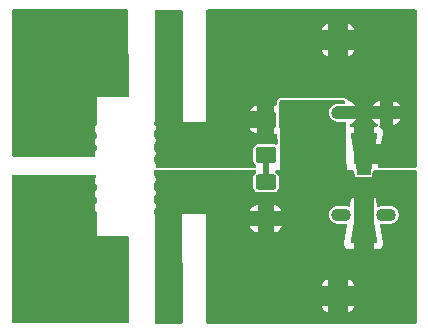
<source format=gbr>
%TF.GenerationSoftware,KiCad,Pcbnew,8.0.5*%
%TF.CreationDate,2024-10-20T11:11:32-05:00*%
%TF.ProjectId,Banana to USB-C Adapter v3,42616e61-6e61-4207-946f-205553422d43,2*%
%TF.SameCoordinates,Original*%
%TF.FileFunction,Copper,L2,Bot*%
%TF.FilePolarity,Positive*%
%FSLAX46Y46*%
G04 Gerber Fmt 4.6, Leading zero omitted, Abs format (unit mm)*
G04 Created by KiCad (PCBNEW 8.0.5) date 2024-10-20 11:11:32*
%MOMM*%
%LPD*%
G01*
G04 APERTURE LIST*
G04 Aperture macros list*
%AMRoundRect*
0 Rectangle with rounded corners*
0 $1 Rounding radius*
0 $2 $3 $4 $5 $6 $7 $8 $9 X,Y pos of 4 corners*
0 Add a 4 corners polygon primitive as box body*
4,1,4,$2,$3,$4,$5,$6,$7,$8,$9,$2,$3,0*
0 Add four circle primitives for the rounded corners*
1,1,$1+$1,$2,$3*
1,1,$1+$1,$4,$5*
1,1,$1+$1,$6,$7*
1,1,$1+$1,$8,$9*
0 Add four rect primitives between the rounded corners*
20,1,$1+$1,$2,$3,$4,$5,0*
20,1,$1+$1,$4,$5,$6,$7,0*
20,1,$1+$1,$6,$7,$8,$9,0*
20,1,$1+$1,$8,$9,$2,$3,0*%
%AMOutline4P*
0 Free polygon, 4 corners , with rotation*
0 The origin of the aperture is its center*
0 number of corners: always 4*
0 $1 to $8 corner X, Y*
0 $9 Rotation angle, in degrees counterclockwise*
0 create outline with 4 corners*
4,1,4,$1,$2,$3,$4,$5,$6,$7,$8,$1,$2,$9*%
G04 Aperture macros list end*
%TA.AperFunction,ComponentPad*%
%ADD10R,1.700000X1.700000*%
%TD*%
%TA.AperFunction,ComponentPad*%
%ADD11C,0.800000*%
%TD*%
%TA.AperFunction,ComponentPad*%
%ADD12C,6.400000*%
%TD*%
%TA.AperFunction,ComponentPad*%
%ADD13O,1.700000X1.100000*%
%TD*%
%TA.AperFunction,SMDPad,CuDef*%
%ADD14RoundRect,0.250000X0.625000X-0.400000X0.625000X0.400000X-0.625000X0.400000X-0.625000X-0.400000X0*%
%TD*%
%TA.AperFunction,SMDPad,CuDef*%
%ADD15Outline4P,-1.800000X-1.150000X1.800000X-0.550000X1.800000X0.550000X-1.800000X1.150000X90.000000*%
%TD*%
%TA.AperFunction,SMDPad,CuDef*%
%ADD16Outline4P,-1.800000X-1.150000X1.800000X-0.550000X1.800000X0.550000X-1.800000X1.150000X270.000000*%
%TD*%
%TA.AperFunction,SMDPad,CuDef*%
%ADD17RoundRect,0.250001X-0.624999X0.462499X-0.624999X-0.462499X0.624999X-0.462499X0.624999X0.462499X0*%
%TD*%
%TA.AperFunction,ViaPad*%
%ADD18C,0.800000*%
%TD*%
%TA.AperFunction,Conductor*%
%ADD19C,0.250000*%
%TD*%
%TA.AperFunction,Conductor*%
%ADD20C,0.500000*%
%TD*%
G04 APERTURE END LIST*
D10*
%TO.P,J3,1,Pin_1*%
%TO.N,GND*%
X152882600Y-88671400D03*
%TD*%
D11*
%TO.P,H1,1,1*%
%TO.N,/Positive*%
X126600138Y-108968250D03*
X127303082Y-107271194D03*
X127303082Y-110665306D03*
X129000138Y-106568250D03*
D12*
X129000138Y-108968250D03*
D11*
X129000138Y-111368250D03*
X130697194Y-107271194D03*
X130697194Y-110665306D03*
X131400138Y-108968250D03*
%TD*%
D10*
%TO.P,J2,1,Pin_1*%
%TO.N,/Positive*%
X152882600Y-110337600D03*
%TD*%
D13*
%TO.P,J1,S1,SHIELD*%
%TO.N,GND*%
X153190000Y-103480000D03*
X156990000Y-103480000D03*
X153190000Y-94840000D03*
X156990000Y-94840000D03*
%TD*%
D11*
%TO.P,H2,1,1*%
%TO.N,GND*%
X126600138Y-89918250D03*
X127303082Y-88221194D03*
X127303082Y-91615306D03*
X129000138Y-87518250D03*
D12*
X129000138Y-89918250D03*
D11*
X129000138Y-92318250D03*
X130697194Y-88221194D03*
X130697194Y-91615306D03*
X131400138Y-89918250D03*
%TD*%
D14*
%TO.P,R2,1*%
%TO.N,/Positive*%
X146790000Y-103820000D03*
%TO.P,R2,2*%
%TO.N,Net-(D2-A)*%
X146790000Y-100720000D03*
%TD*%
D15*
%TO.P,D3,1,K*%
%TO.N,/Positive*%
X155067000Y-104119000D03*
D16*
%TO.P,D3,2,A*%
%TO.N,GND*%
X155067000Y-98319000D03*
%TD*%
D17*
%TO.P,D2,1,K*%
%TO.N,GND*%
X146790000Y-95432500D03*
%TO.P,D2,2,A*%
%TO.N,Net-(D2-A)*%
X146790000Y-98407500D03*
%TD*%
D18*
%TO.N,GND*%
X144856200Y-86588600D03*
X144856200Y-95250000D03*
X144856200Y-88320880D03*
X144856200Y-90053160D03*
X144856200Y-91785440D03*
X144856200Y-93517720D03*
%TO.N,/Positive*%
X154051000Y-100711000D03*
X144856200Y-110535720D03*
X144856200Y-105415080D03*
X152146000Y-97663000D03*
X144856200Y-107121960D03*
X144856200Y-103708200D03*
X144856200Y-108828840D03*
X144856200Y-112242600D03*
X152146000Y-100711000D03*
%TD*%
D19*
%TO.N,GND*%
X138500000Y-88475000D02*
X138500000Y-91275000D01*
D20*
%TO.N,Net-(D2-A)*%
X146790000Y-98407500D02*
X146790000Y-100720000D01*
D19*
%TO.N,/Positive*%
X149987000Y-98408000D02*
X150030000Y-98451000D01*
X150114000Y-98116000D02*
X150030000Y-98200000D01*
X150114000Y-100804000D02*
X150030000Y-100720000D01*
%TD*%
%TA.AperFunction,Conductor*%
%TO.N,/Positive*%
G36*
X133225000Y-106000000D02*
G01*
X133225000Y-112689747D01*
X125455059Y-112689455D01*
X125388021Y-112669768D01*
X125342268Y-112616962D01*
X125331064Y-112565740D01*
X125315796Y-105928517D01*
X125313744Y-105036255D01*
X125575000Y-104775000D01*
X132000000Y-104775000D01*
X133225000Y-106000000D01*
G37*
%TD.AperFunction*%
%TD*%
%TA.AperFunction,Conductor*%
%TO.N,/Positive*%
G36*
X153462762Y-93813285D02*
G01*
X153508517Y-93866089D01*
X153519705Y-93915459D01*
X153520532Y-93963359D01*
X153502007Y-94030729D01*
X153450001Y-94077388D01*
X153396550Y-94089500D01*
X152816080Y-94089500D01*
X152671092Y-94118340D01*
X152671082Y-94118343D01*
X152534511Y-94174912D01*
X152534498Y-94174919D01*
X152411584Y-94257048D01*
X152411580Y-94257051D01*
X152307051Y-94361580D01*
X152307048Y-94361584D01*
X152224919Y-94484498D01*
X152224912Y-94484511D01*
X152168343Y-94621082D01*
X152168340Y-94621092D01*
X152139500Y-94766079D01*
X152139500Y-94766082D01*
X152139500Y-94913918D01*
X152139500Y-94913920D01*
X152139499Y-94913920D01*
X152168340Y-95058907D01*
X152168343Y-95058917D01*
X152224912Y-95195488D01*
X152224919Y-95195501D01*
X152307048Y-95318415D01*
X152307051Y-95318419D01*
X152411580Y-95422948D01*
X152411584Y-95422951D01*
X152534498Y-95505080D01*
X152534511Y-95505087D01*
X152671082Y-95561656D01*
X152671087Y-95561658D01*
X152671091Y-95561658D01*
X152671092Y-95561659D01*
X152816079Y-95590500D01*
X153426763Y-95590500D01*
X153493802Y-95610185D01*
X153539557Y-95662989D01*
X153550745Y-95712358D01*
X153670000Y-102616000D01*
X148082000Y-102616000D01*
X147931779Y-93919741D01*
X147950303Y-93852372D01*
X148002309Y-93805712D01*
X148055761Y-93793600D01*
X153395723Y-93793600D01*
X153462762Y-93813285D01*
G37*
%TD.AperFunction*%
%TD*%
%TA.AperFunction,Conductor*%
%TO.N,GND*%
G36*
X133325000Y-92575000D02*
G01*
X131875000Y-94025000D01*
X125288416Y-94025000D01*
X125270485Y-86230206D01*
X125290016Y-86163125D01*
X125342714Y-86117248D01*
X125394407Y-86105924D01*
X133325000Y-86101108D01*
X133325000Y-92575000D01*
G37*
%TD.AperFunction*%
%TD*%
%TA.AperFunction,Conductor*%
%TO.N,/Positive*%
G36*
X145936631Y-99719685D02*
G01*
X145982386Y-99772489D01*
X145992330Y-99841647D01*
X145963305Y-99905203D01*
X145943225Y-99923770D01*
X145842851Y-99997848D01*
X145762207Y-100107117D01*
X145762206Y-100107119D01*
X145717353Y-100235299D01*
X145714500Y-100265730D01*
X145714500Y-101174269D01*
X145717353Y-101204699D01*
X145717353Y-101204701D01*
X145762206Y-101332880D01*
X145762207Y-101332882D01*
X145842850Y-101442150D01*
X145952118Y-101522793D01*
X145991854Y-101536697D01*
X146080299Y-101567646D01*
X146110730Y-101570500D01*
X146110734Y-101570500D01*
X147469270Y-101570500D01*
X147499699Y-101567646D01*
X147499701Y-101567646D01*
X147563790Y-101545219D01*
X147627882Y-101522793D01*
X147737150Y-101442150D01*
X147817793Y-101332882D01*
X147842346Y-101262713D01*
X147862646Y-101204701D01*
X147862646Y-101204699D01*
X147865500Y-101174269D01*
X147865500Y-100265730D01*
X147862646Y-100235299D01*
X147817793Y-100107119D01*
X147817792Y-100107117D01*
X147737150Y-99997850D01*
X147737148Y-99997849D01*
X147737148Y-99997848D01*
X147636775Y-99923770D01*
X147594524Y-99868123D01*
X147589065Y-99798467D01*
X147622132Y-99736917D01*
X147683226Y-99703016D01*
X147710408Y-99700000D01*
X148031628Y-99700000D01*
X153619628Y-99700000D01*
X153619629Y-99700000D01*
X154138857Y-99700000D01*
X154205896Y-99719685D01*
X154251651Y-99772489D01*
X154261170Y-99803615D01*
X154323358Y-100176747D01*
X154323358Y-100176748D01*
X154335227Y-100212539D01*
X154335228Y-100212540D01*
X154335229Y-100212542D01*
X154384863Y-100274983D01*
X154384864Y-100274983D01*
X154384864Y-100274984D01*
X154406352Y-100286904D01*
X154454613Y-100313676D01*
X154488656Y-100318997D01*
X154491864Y-100319499D01*
X154491865Y-100319499D01*
X154491871Y-100319500D01*
X154491877Y-100319500D01*
X155642130Y-100319500D01*
X155642134Y-100319500D01*
X155679387Y-100313676D01*
X155749137Y-100274983D01*
X155798771Y-100212543D01*
X155810640Y-100176752D01*
X155872830Y-99803614D01*
X155903268Y-99740723D01*
X155962876Y-99704272D01*
X155995143Y-99700000D01*
X159457000Y-99700000D01*
X159524039Y-99719685D01*
X159569794Y-99772489D01*
X159581000Y-99824000D01*
X159581000Y-112575800D01*
X159561315Y-112642839D01*
X159508511Y-112688594D01*
X159457000Y-112699800D01*
X141855848Y-112699800D01*
X141788809Y-112680115D01*
X141743054Y-112627311D01*
X141731848Y-112575952D01*
X141730691Y-111630954D01*
X141730207Y-111235444D01*
X151532600Y-111235444D01*
X151539001Y-111294972D01*
X151539003Y-111294979D01*
X151589245Y-111429686D01*
X151589249Y-111429693D01*
X151675409Y-111544787D01*
X151675412Y-111544790D01*
X151790506Y-111630950D01*
X151790513Y-111630954D01*
X151925220Y-111681196D01*
X151925227Y-111681198D01*
X151984755Y-111687599D01*
X151984772Y-111687600D01*
X152032600Y-111687600D01*
X153732600Y-111687600D01*
X153780428Y-111687600D01*
X153780444Y-111687599D01*
X153839972Y-111681198D01*
X153839979Y-111681196D01*
X153974686Y-111630954D01*
X153974693Y-111630950D01*
X154089787Y-111544790D01*
X154089790Y-111544787D01*
X154175950Y-111429693D01*
X154175954Y-111429686D01*
X154226196Y-111294979D01*
X154226198Y-111294972D01*
X154232599Y-111235444D01*
X154232600Y-111235427D01*
X154232600Y-111187600D01*
X153732600Y-111187600D01*
X153732600Y-111687600D01*
X152032600Y-111687600D01*
X152032600Y-111187600D01*
X151532600Y-111187600D01*
X151532600Y-111235444D01*
X141730207Y-111235444D01*
X141729027Y-110271774D01*
X152382600Y-110271774D01*
X152382600Y-110403426D01*
X152416675Y-110530593D01*
X152482501Y-110644607D01*
X152575593Y-110737699D01*
X152689607Y-110803525D01*
X152816774Y-110837600D01*
X152948426Y-110837600D01*
X153075593Y-110803525D01*
X153189607Y-110737699D01*
X153282699Y-110644607D01*
X153348525Y-110530593D01*
X153382600Y-110403426D01*
X153382600Y-110271774D01*
X153348525Y-110144607D01*
X153282699Y-110030593D01*
X153189607Y-109937501D01*
X153075593Y-109871675D01*
X152948426Y-109837600D01*
X152816774Y-109837600D01*
X152689607Y-109871675D01*
X152575593Y-109937501D01*
X152482501Y-110030593D01*
X152416675Y-110144607D01*
X152382600Y-110271774D01*
X141729027Y-110271774D01*
X141728009Y-109439755D01*
X151532600Y-109439755D01*
X151532600Y-109487600D01*
X152032600Y-109487600D01*
X153732600Y-109487600D01*
X154232600Y-109487600D01*
X154232600Y-109439772D01*
X154232599Y-109439755D01*
X154226198Y-109380227D01*
X154226196Y-109380220D01*
X154175954Y-109245513D01*
X154175950Y-109245506D01*
X154089790Y-109130412D01*
X154089787Y-109130409D01*
X153974693Y-109044249D01*
X153974686Y-109044245D01*
X153839979Y-108994003D01*
X153839972Y-108994001D01*
X153780444Y-108987600D01*
X153732600Y-108987600D01*
X153732600Y-109487600D01*
X152032600Y-109487600D01*
X152032600Y-108987600D01*
X151984755Y-108987600D01*
X151925227Y-108994001D01*
X151925220Y-108994003D01*
X151790513Y-109044245D01*
X151790506Y-109044249D01*
X151675412Y-109130409D01*
X151675409Y-109130412D01*
X151589249Y-109245506D01*
X151589245Y-109245513D01*
X151539003Y-109380220D01*
X151539001Y-109380227D01*
X151532600Y-109439755D01*
X141728009Y-109439755D01*
X141721926Y-104470000D01*
X145457737Y-104470000D01*
X145480641Y-104539120D01*
X145572684Y-104688345D01*
X145696654Y-104812315D01*
X145845875Y-104904356D01*
X145845880Y-104904358D01*
X146012302Y-104959505D01*
X146012309Y-104959506D01*
X146115019Y-104969999D01*
X147440000Y-104969999D01*
X147464972Y-104969999D01*
X147464986Y-104969998D01*
X147567697Y-104959505D01*
X147734119Y-104904358D01*
X147734124Y-104904356D01*
X147883345Y-104812315D01*
X148007315Y-104688345D01*
X148099358Y-104539120D01*
X148122263Y-104470000D01*
X147440000Y-104470000D01*
X147440000Y-104969999D01*
X146115019Y-104969999D01*
X146140000Y-104969998D01*
X146140000Y-104470000D01*
X145457737Y-104470000D01*
X141721926Y-104470000D01*
X141720805Y-103553920D01*
X152139499Y-103553920D01*
X152168340Y-103698907D01*
X152168343Y-103698917D01*
X152224912Y-103835488D01*
X152224919Y-103835501D01*
X152307048Y-103958415D01*
X152307051Y-103958419D01*
X152411580Y-104062948D01*
X152411584Y-104062951D01*
X152534498Y-104145080D01*
X152534511Y-104145087D01*
X152671082Y-104201656D01*
X152671087Y-104201658D01*
X152671091Y-104201658D01*
X152671092Y-104201659D01*
X152816079Y-104230500D01*
X153545141Y-104230500D01*
X153612180Y-104250185D01*
X153657935Y-104302989D01*
X153667879Y-104372147D01*
X153667454Y-104374885D01*
X153412846Y-105902539D01*
X153412843Y-105902562D01*
X153411890Y-105913349D01*
X153411890Y-105913361D01*
X153430759Y-106055886D01*
X153430761Y-106055894D01*
X153489022Y-106187335D01*
X153581955Y-106297039D01*
X153581957Y-106297041D01*
X153702036Y-106376120D01*
X153702036Y-106376121D01*
X153839518Y-106418163D01*
X153839528Y-106418165D01*
X153850346Y-106418999D01*
X154216999Y-106418999D01*
X155917000Y-106418999D01*
X156283645Y-106418999D01*
X156283664Y-106418998D01*
X156294471Y-106418165D01*
X156294472Y-106418165D01*
X156431962Y-106376121D01*
X156431962Y-106376120D01*
X156552041Y-106297041D01*
X156552044Y-106297038D01*
X156644975Y-106187337D01*
X156703238Y-106055892D01*
X156703240Y-106055887D01*
X156722109Y-105913361D01*
X156722109Y-105913349D01*
X156721155Y-105902553D01*
X156466029Y-104371796D01*
X156474425Y-104302433D01*
X156518988Y-104248620D01*
X156585571Y-104227442D01*
X156612533Y-104229794D01*
X156616082Y-104230500D01*
X156616086Y-104230500D01*
X157363920Y-104230500D01*
X157461462Y-104211096D01*
X157508913Y-104201658D01*
X157645495Y-104145084D01*
X157768416Y-104062951D01*
X157872951Y-103958416D01*
X157955084Y-103835495D01*
X158011658Y-103698913D01*
X158040500Y-103553918D01*
X158040500Y-103406082D01*
X158040500Y-103406079D01*
X158011659Y-103261092D01*
X158011658Y-103261091D01*
X158011658Y-103261087D01*
X157987129Y-103201868D01*
X157955087Y-103124511D01*
X157955080Y-103124498D01*
X157872951Y-103001584D01*
X157872948Y-103001580D01*
X157768419Y-102897051D01*
X157768415Y-102897048D01*
X157645501Y-102814919D01*
X157645488Y-102814912D01*
X157508917Y-102758343D01*
X157508907Y-102758340D01*
X157363920Y-102729500D01*
X157363918Y-102729500D01*
X156616082Y-102729500D01*
X156616080Y-102729500D01*
X156471092Y-102758340D01*
X156471082Y-102758343D01*
X156358932Y-102804797D01*
X156289463Y-102812266D01*
X156226984Y-102780990D01*
X156191332Y-102720901D01*
X156189167Y-102710622D01*
X156104074Y-102200067D01*
X156104073Y-102200062D01*
X156074120Y-102104036D01*
X155995038Y-101983954D01*
X155995039Y-101983954D01*
X155917000Y-101917846D01*
X155917000Y-106418999D01*
X154216999Y-106418999D01*
X154217000Y-106418998D01*
X154217000Y-103684269D01*
X154219383Y-103660077D01*
X154240500Y-103553920D01*
X154240500Y-103406079D01*
X154219383Y-103299921D01*
X154217000Y-103275729D01*
X154217000Y-101917847D01*
X154216999Y-101917847D01*
X154138961Y-101983955D01*
X154059880Y-102104035D01*
X154059879Y-102104036D01*
X154029925Y-102200065D01*
X154029924Y-102200070D01*
X153947802Y-102692798D01*
X153917364Y-102755689D01*
X153857756Y-102792140D01*
X153787904Y-102790579D01*
X153778037Y-102786974D01*
X153763590Y-102780990D01*
X153708913Y-102758342D01*
X153708908Y-102758341D01*
X153708907Y-102758340D01*
X153563920Y-102729500D01*
X153563918Y-102729500D01*
X152816082Y-102729500D01*
X152816080Y-102729500D01*
X152671092Y-102758340D01*
X152671082Y-102758343D01*
X152534511Y-102814912D01*
X152534498Y-102814919D01*
X152411584Y-102897048D01*
X152411580Y-102897051D01*
X152307051Y-103001580D01*
X152307048Y-103001584D01*
X152224919Y-103124498D01*
X152224912Y-103124511D01*
X152168343Y-103261082D01*
X152168340Y-103261092D01*
X152139500Y-103406079D01*
X152139500Y-103406082D01*
X152139500Y-103553918D01*
X152139500Y-103553920D01*
X152139499Y-103553920D01*
X141720805Y-103553920D01*
X141720678Y-103450000D01*
X139725000Y-103450000D01*
X139747246Y-111681198D01*
X139749664Y-112575665D01*
X139730160Y-112642757D01*
X139677480Y-112688655D01*
X139625664Y-112700000D01*
X137499009Y-112700000D01*
X137431970Y-112680315D01*
X137386215Y-112627511D01*
X137375009Y-112575991D01*
X137375010Y-112575800D01*
X137375709Y-103432600D01*
X137375709Y-103432599D01*
X137362670Y-103419559D01*
X137340041Y-103412915D01*
X137294286Y-103360111D01*
X137283080Y-103308600D01*
X137283080Y-103209507D01*
X137294681Y-103170000D01*
X145457737Y-103170000D01*
X146140000Y-103170000D01*
X147440000Y-103170000D01*
X148122262Y-103170000D01*
X148099358Y-103100879D01*
X148007315Y-102951654D01*
X147883345Y-102827684D01*
X147734124Y-102735643D01*
X147734119Y-102735641D01*
X147567697Y-102680494D01*
X147567690Y-102680493D01*
X147464986Y-102670000D01*
X147440000Y-102670000D01*
X147440000Y-103170000D01*
X146140000Y-103170000D01*
X146140000Y-102669999D01*
X146115029Y-102670000D01*
X146115010Y-102670001D01*
X146012302Y-102680494D01*
X145845880Y-102735641D01*
X145845875Y-102735643D01*
X145696654Y-102827684D01*
X145572684Y-102951654D01*
X145480641Y-103100879D01*
X145457737Y-103170000D01*
X137294681Y-103170000D01*
X137302765Y-103142468D01*
X137319399Y-103121826D01*
X137344513Y-103096712D01*
X137419292Y-102967192D01*
X137458000Y-102822731D01*
X137458000Y-102673173D01*
X137419292Y-102528712D01*
X137344513Y-102399192D01*
X137319399Y-102374078D01*
X137285914Y-102312755D01*
X137283080Y-102286397D01*
X137283080Y-102073031D01*
X137302765Y-102005992D01*
X137319399Y-101985350D01*
X137320795Y-101983954D01*
X137344513Y-101960236D01*
X137419292Y-101830716D01*
X137458000Y-101686255D01*
X137458000Y-101536697D01*
X137419292Y-101392236D01*
X137344513Y-101262716D01*
X137319399Y-101237602D01*
X137285914Y-101176279D01*
X137283080Y-101149921D01*
X137283080Y-100936555D01*
X137302765Y-100869516D01*
X137319399Y-100848874D01*
X137344513Y-100823760D01*
X137419292Y-100694240D01*
X137458000Y-100549779D01*
X137458000Y-100400221D01*
X137419292Y-100255760D01*
X137344513Y-100126240D01*
X137319399Y-100101126D01*
X137285914Y-100039803D01*
X137283080Y-100013445D01*
X137283080Y-99824000D01*
X137302765Y-99756961D01*
X137355569Y-99711206D01*
X137407080Y-99700000D01*
X145869592Y-99700000D01*
X145936631Y-99719685D01*
G37*
%TD.AperFunction*%
%TA.AperFunction,Conductor*%
G36*
X132368773Y-100113335D02*
G01*
X132414528Y-100166139D01*
X132424472Y-100235297D01*
X132409121Y-100279651D01*
X132362202Y-100360914D01*
X132323494Y-100505377D01*
X132323494Y-100654934D01*
X132362202Y-100799397D01*
X132390768Y-100848874D01*
X132436981Y-100928916D01*
X132436983Y-100928918D01*
X132471561Y-100963496D01*
X132505046Y-101024819D01*
X132507880Y-101051177D01*
X132507880Y-101245611D01*
X132488195Y-101312650D01*
X132471561Y-101333292D01*
X132436983Y-101367869D01*
X132436981Y-101367872D01*
X132362202Y-101497390D01*
X132323494Y-101641853D01*
X132323494Y-101791410D01*
X132362202Y-101935873D01*
X132389962Y-101983954D01*
X132436981Y-102065392D01*
X132436983Y-102065394D01*
X132471561Y-102099972D01*
X132505046Y-102161295D01*
X132507880Y-102187653D01*
X132507880Y-102382087D01*
X132488195Y-102449126D01*
X132471561Y-102469768D01*
X132436983Y-102504345D01*
X132436981Y-102504348D01*
X132362202Y-102633866D01*
X132323494Y-102778329D01*
X132323494Y-102927886D01*
X132362202Y-103072349D01*
X132399591Y-103137108D01*
X132436981Y-103201868D01*
X132436983Y-103201870D01*
X132471561Y-103236448D01*
X132505046Y-103297771D01*
X132507880Y-103324129D01*
X132507880Y-103421611D01*
X132522166Y-103447774D01*
X132525000Y-103474132D01*
X132525000Y-105300000D01*
X135076000Y-105300000D01*
X135143039Y-105319685D01*
X135188794Y-105372489D01*
X135200000Y-105424000D01*
X135200000Y-112565818D01*
X135180315Y-112632857D01*
X135127511Y-112678612D01*
X135075995Y-112689818D01*
X130572141Y-112689647D01*
X130572139Y-112689648D01*
X130572138Y-112689648D01*
X129185951Y-112689596D01*
X129000139Y-112503784D01*
X129000138Y-112503784D01*
X128831780Y-112672140D01*
X128814337Y-112689582D01*
X127428016Y-112689530D01*
X125455059Y-112689455D01*
X125388021Y-112669768D01*
X125342268Y-112616962D01*
X125331064Y-112565740D01*
X125323114Y-109109737D01*
X125464603Y-108968249D01*
X125338681Y-108842327D01*
X127400138Y-108842327D01*
X127400138Y-109094173D01*
X127439535Y-109342918D01*
X127517359Y-109582437D01*
X127631695Y-109806833D01*
X127779726Y-110010580D01*
X127957808Y-110188662D01*
X128161555Y-110336693D01*
X128385951Y-110451029D01*
X128625470Y-110528853D01*
X128874215Y-110568250D01*
X129126061Y-110568250D01*
X129374806Y-110528853D01*
X129614325Y-110451029D01*
X129838721Y-110336693D01*
X130042468Y-110188662D01*
X130220550Y-110010580D01*
X130368581Y-109806833D01*
X130482917Y-109582437D01*
X130560741Y-109342918D01*
X130600138Y-109094173D01*
X130600138Y-108968250D01*
X132535672Y-108968250D01*
X132535672Y-108968251D01*
X132696771Y-109129350D01*
X132705216Y-108968250D01*
X132696771Y-108807149D01*
X132535672Y-108968250D01*
X130600138Y-108968250D01*
X130600138Y-108842327D01*
X130560741Y-108593582D01*
X130482917Y-108354063D01*
X130368581Y-108129667D01*
X130220550Y-107925920D01*
X130042468Y-107747838D01*
X129838721Y-107599807D01*
X129614325Y-107485471D01*
X129374806Y-107407647D01*
X129126061Y-107368250D01*
X128874215Y-107368250D01*
X128625470Y-107407647D01*
X128385951Y-107485471D01*
X128161555Y-107599807D01*
X127957808Y-107747838D01*
X127779726Y-107925920D01*
X127631695Y-108129667D01*
X127517359Y-108354063D01*
X127439535Y-108593582D01*
X127400138Y-108842327D01*
X125338681Y-108842327D01*
X125322462Y-108826108D01*
X125314286Y-105271614D01*
X128839036Y-105271614D01*
X129000137Y-105432715D01*
X129161238Y-105271614D01*
X129000139Y-105263172D01*
X129000136Y-105263172D01*
X128839036Y-105271614D01*
X125314286Y-105271614D01*
X125302661Y-100217933D01*
X125322192Y-100150851D01*
X125374890Y-100104974D01*
X125426661Y-100093650D01*
X132301734Y-100093650D01*
X132368773Y-100113335D01*
G37*
%TD.AperFunction*%
%TD*%
%TA.AperFunction,Conductor*%
%TO.N,GND*%
G36*
X159524039Y-86125685D02*
G01*
X159569794Y-86178489D01*
X159581000Y-86230000D01*
X159581000Y-99370500D01*
X159561315Y-99437539D01*
X159508511Y-99483294D01*
X159457000Y-99494500D01*
X156374358Y-99494500D01*
X156307319Y-99474815D01*
X156261564Y-99422011D01*
X156251620Y-99352853D01*
X156252045Y-99350114D01*
X156282231Y-99169000D01*
X154341000Y-99169000D01*
X154273961Y-99149315D01*
X154228206Y-99096511D01*
X154217000Y-99045000D01*
X154217000Y-96019000D01*
X154010814Y-96019000D01*
X153943775Y-95999315D01*
X153898020Y-95946511D01*
X153888076Y-95877353D01*
X153917101Y-95813797D01*
X153963364Y-95780438D01*
X153987358Y-95770499D01*
X153987368Y-95770494D01*
X154159335Y-95655589D01*
X154159339Y-95655586D01*
X154305586Y-95509339D01*
X154305589Y-95509335D01*
X154385327Y-95390000D01*
X155794673Y-95390000D01*
X155874410Y-95509335D01*
X155874413Y-95509339D01*
X156020660Y-95655586D01*
X156020664Y-95655589D01*
X156192631Y-95770494D01*
X156192641Y-95770499D01*
X156216637Y-95780439D01*
X156271040Y-95824280D01*
X156293105Y-95890574D01*
X156275826Y-95958274D01*
X156224688Y-96005884D01*
X156169184Y-96019000D01*
X155917000Y-96019000D01*
X155917000Y-97469000D01*
X156565564Y-97469000D01*
X156565564Y-97468999D01*
X156721153Y-96535460D01*
X156721156Y-96535437D01*
X156722109Y-96524650D01*
X156722109Y-96524638D01*
X156703240Y-96382113D01*
X156703238Y-96382105D01*
X156644977Y-96250664D01*
X156552044Y-96140960D01*
X156552042Y-96140958D01*
X156441130Y-96067916D01*
X156395968Y-96014604D01*
X156386798Y-95945339D01*
X156416531Y-95882111D01*
X156430666Y-95868503D01*
X156440000Y-95860842D01*
X157540000Y-95860842D01*
X157596274Y-95849649D01*
X157596276Y-95849648D01*
X157787358Y-95770499D01*
X157787368Y-95770494D01*
X157959335Y-95655589D01*
X157959339Y-95655586D01*
X158105586Y-95509339D01*
X158105589Y-95509335D01*
X158185327Y-95390000D01*
X157540000Y-95390000D01*
X157540000Y-95860842D01*
X156440000Y-95860842D01*
X156440000Y-95390000D01*
X155794673Y-95390000D01*
X154385327Y-95390000D01*
X153470407Y-95390000D01*
X153452760Y-95388738D01*
X153449603Y-95388284D01*
X153426763Y-95385000D01*
X153426761Y-95385000D01*
X152848534Y-95385000D01*
X152824341Y-95382617D01*
X152743006Y-95366437D01*
X152719718Y-95359369D01*
X152716519Y-95358043D01*
X152662126Y-95314189D01*
X152640078Y-95247889D01*
X152640000Y-95243494D01*
X152640000Y-95006988D01*
X152649940Y-95024205D01*
X152705795Y-95080060D01*
X152774204Y-95119556D01*
X152850504Y-95140000D01*
X153529496Y-95140000D01*
X153605796Y-95119556D01*
X153674205Y-95080060D01*
X153730060Y-95024205D01*
X153769556Y-94955796D01*
X153790000Y-94879496D01*
X153790000Y-94800504D01*
X156390000Y-94800504D01*
X156390000Y-94879496D01*
X156410444Y-94955796D01*
X156449940Y-95024205D01*
X156505795Y-95080060D01*
X156574204Y-95119556D01*
X156650504Y-95140000D01*
X157329496Y-95140000D01*
X157405796Y-95119556D01*
X157474205Y-95080060D01*
X157530060Y-95024205D01*
X157569556Y-94955796D01*
X157590000Y-94879496D01*
X157590000Y-94800504D01*
X157569556Y-94724204D01*
X157530060Y-94655795D01*
X157474205Y-94599940D01*
X157405796Y-94560444D01*
X157329496Y-94540000D01*
X156650504Y-94540000D01*
X156574204Y-94560444D01*
X156505795Y-94599940D01*
X156449940Y-94655795D01*
X156410444Y-94724204D01*
X156390000Y-94800504D01*
X153790000Y-94800504D01*
X153769556Y-94724204D01*
X153730060Y-94655795D01*
X153674205Y-94599940D01*
X153605796Y-94560444D01*
X153529496Y-94540000D01*
X152850504Y-94540000D01*
X152774204Y-94560444D01*
X152705795Y-94599940D01*
X152649940Y-94655795D01*
X152640000Y-94673011D01*
X152640000Y-94436502D01*
X152659685Y-94369463D01*
X152712489Y-94323708D01*
X152716530Y-94321948D01*
X152719754Y-94320613D01*
X152743006Y-94313560D01*
X152824342Y-94297381D01*
X152848532Y-94295000D01*
X153396549Y-94295000D01*
X153396550Y-94295000D01*
X153434368Y-94290768D01*
X153448154Y-94290000D01*
X154385327Y-94290000D01*
X155794673Y-94290000D01*
X156440000Y-94290000D01*
X157540000Y-94290000D01*
X158185327Y-94290000D01*
X158105589Y-94170664D01*
X158105586Y-94170660D01*
X157959339Y-94024413D01*
X157959335Y-94024410D01*
X157787368Y-93909505D01*
X157787358Y-93909500D01*
X157596272Y-93830349D01*
X157596267Y-93830347D01*
X157540000Y-93819155D01*
X157540000Y-94290000D01*
X156440000Y-94290000D01*
X156440000Y-93819156D01*
X156439999Y-93819155D01*
X156383732Y-93830347D01*
X156383727Y-93830349D01*
X156192641Y-93909500D01*
X156192631Y-93909505D01*
X156020664Y-94024410D01*
X156020660Y-94024413D01*
X155874413Y-94170660D01*
X155874410Y-94170664D01*
X155794673Y-94290000D01*
X154385327Y-94290000D01*
X154305589Y-94170664D01*
X154305586Y-94170660D01*
X154159339Y-94024413D01*
X154159335Y-94024410D01*
X153987368Y-93909505D01*
X153987358Y-93909500D01*
X153796274Y-93830350D01*
X153796268Y-93830348D01*
X153764644Y-93824058D01*
X153702734Y-93791673D01*
X153679406Y-93760758D01*
X153663823Y-93731515D01*
X153618068Y-93678711D01*
X153618062Y-93678704D01*
X153600480Y-93660760D01*
X153600479Y-93660759D01*
X153600477Y-93660757D01*
X153600475Y-93660756D01*
X153600473Y-93660754D01*
X153520663Y-93616111D01*
X153520658Y-93616109D01*
X153453626Y-93596426D01*
X153453622Y-93596425D01*
X153453621Y-93596425D01*
X153395723Y-93588100D01*
X148055761Y-93588100D01*
X148046678Y-93589116D01*
X148010343Y-93593181D01*
X147956901Y-93605290D01*
X147945029Y-93608356D01*
X147865077Y-93652749D01*
X147865072Y-93652753D01*
X147813064Y-93699415D01*
X147795422Y-93717307D01*
X147795417Y-93717314D01*
X147752157Y-93797887D01*
X147733634Y-93865249D01*
X147733632Y-93865262D01*
X147726310Y-93923278D01*
X147726310Y-93923288D01*
X147729539Y-94110269D01*
X147711014Y-94177639D01*
X147659008Y-94224298D01*
X147590032Y-94235434D01*
X147574314Y-94231874D01*
X147574307Y-94231910D01*
X147567693Y-94230493D01*
X147502500Y-94223833D01*
X147502500Y-96641166D01*
X147567696Y-96634505D01*
X147611900Y-96619858D01*
X147681728Y-96617456D01*
X147741770Y-96653188D01*
X147772963Y-96715708D01*
X147774886Y-96735422D01*
X147786727Y-97420891D01*
X147768203Y-97488261D01*
X147716197Y-97534921D01*
X147647220Y-97546057D01*
X147621791Y-97540075D01*
X147499696Y-97497353D01*
X147499698Y-97497353D01*
X147469268Y-97494500D01*
X146110741Y-97494500D01*
X146080301Y-97497354D01*
X146080300Y-97497354D01*
X145952118Y-97542206D01*
X145842850Y-97622850D01*
X145762206Y-97732118D01*
X145717353Y-97860302D01*
X145714500Y-97890731D01*
X145714500Y-98924258D01*
X145717354Y-98954698D01*
X145717354Y-98954699D01*
X145762206Y-99082881D01*
X145783332Y-99111506D01*
X145842850Y-99192150D01*
X145949502Y-99270862D01*
X145991752Y-99326509D01*
X145997211Y-99396165D01*
X145964144Y-99457715D01*
X145903050Y-99491616D01*
X145874021Y-99493792D01*
X145874021Y-99494500D01*
X137582000Y-99494500D01*
X137514961Y-99474815D01*
X137469206Y-99422011D01*
X137458000Y-99370500D01*
X137458000Y-99238347D01*
X137458000Y-99238345D01*
X137419292Y-99093884D01*
X137344513Y-98964364D01*
X137319399Y-98939250D01*
X137285914Y-98877927D01*
X137283080Y-98851569D01*
X137283080Y-98728199D01*
X137302765Y-98661160D01*
X137319399Y-98640518D01*
X137344513Y-98615404D01*
X137419292Y-98485884D01*
X137458000Y-98341423D01*
X137458000Y-98191865D01*
X137419292Y-98047404D01*
X137344513Y-97917884D01*
X137319399Y-97892770D01*
X137285914Y-97831447D01*
X137283080Y-97805089D01*
X137283080Y-97656319D01*
X137302765Y-97589280D01*
X137319399Y-97568638D01*
X137344513Y-97543524D01*
X137419292Y-97414004D01*
X137458000Y-97269543D01*
X137458000Y-97119985D01*
X137419292Y-96975524D01*
X137344513Y-96846004D01*
X137319399Y-96820890D01*
X137285914Y-96759567D01*
X137283080Y-96733209D01*
X137283080Y-96584439D01*
X137302765Y-96517400D01*
X137319399Y-96496758D01*
X137328842Y-96487315D01*
X137344513Y-96471644D01*
X137419292Y-96342124D01*
X137458000Y-96197663D01*
X137458000Y-96145000D01*
X145457737Y-96145000D01*
X145480639Y-96214116D01*
X145572684Y-96363344D01*
X145696655Y-96487315D01*
X145845876Y-96579356D01*
X145845881Y-96579358D01*
X146012303Y-96634505D01*
X146077499Y-96641166D01*
X146077500Y-96641165D01*
X146077500Y-96145000D01*
X145457737Y-96145000D01*
X137458000Y-96145000D01*
X137458000Y-96048105D01*
X137419292Y-95903644D01*
X137344513Y-95774124D01*
X137344511Y-95774122D01*
X137340449Y-95767086D01*
X137343101Y-95765554D01*
X137323145Y-95713961D01*
X137337171Y-95645513D01*
X137359106Y-95615866D01*
X137374998Y-95599999D01*
X137375000Y-95600000D01*
X137373402Y-86273412D01*
X137393075Y-86206370D01*
X137445871Y-86160606D01*
X137497434Y-86149392D01*
X139651036Y-86149966D01*
X139718067Y-86169668D01*
X139763808Y-86222485D01*
X139775000Y-86273966D01*
X139775012Y-94800000D01*
X139775012Y-94800002D01*
X139774999Y-95599999D01*
X139775000Y-95600000D01*
X141732000Y-95600000D01*
X141732000Y-94719999D01*
X145457737Y-94719999D01*
X145457738Y-94720000D01*
X146077500Y-94720000D01*
X146077500Y-94223833D01*
X146077499Y-94223833D01*
X146012310Y-94230493D01*
X146012303Y-94230494D01*
X145845881Y-94285641D01*
X145845876Y-94285643D01*
X145696655Y-94377684D01*
X145572684Y-94501655D01*
X145480639Y-94650883D01*
X145457737Y-94719999D01*
X141732000Y-94719999D01*
X141732000Y-89569244D01*
X151532600Y-89569244D01*
X151539001Y-89628772D01*
X151539003Y-89628779D01*
X151589245Y-89763486D01*
X151589249Y-89763493D01*
X151675409Y-89878587D01*
X151675412Y-89878590D01*
X151790506Y-89964750D01*
X151790513Y-89964754D01*
X151925220Y-90014996D01*
X151925227Y-90014998D01*
X151984755Y-90021399D01*
X151984772Y-90021400D01*
X152032600Y-90021400D01*
X153732600Y-90021400D01*
X153780428Y-90021400D01*
X153780444Y-90021399D01*
X153839972Y-90014998D01*
X153839979Y-90014996D01*
X153974686Y-89964754D01*
X153974693Y-89964750D01*
X154089787Y-89878590D01*
X154089790Y-89878587D01*
X154175950Y-89763493D01*
X154175954Y-89763486D01*
X154226196Y-89628779D01*
X154226198Y-89628772D01*
X154232599Y-89569244D01*
X154232600Y-89569227D01*
X154232600Y-89521400D01*
X153732600Y-89521400D01*
X153732600Y-90021400D01*
X152032600Y-90021400D01*
X152032600Y-89521400D01*
X151532600Y-89521400D01*
X151532600Y-89569244D01*
X141732000Y-89569244D01*
X141732000Y-88605574D01*
X152382600Y-88605574D01*
X152382600Y-88737226D01*
X152416675Y-88864393D01*
X152482501Y-88978407D01*
X152575593Y-89071499D01*
X152689607Y-89137325D01*
X152816774Y-89171400D01*
X152948426Y-89171400D01*
X153075593Y-89137325D01*
X153189607Y-89071499D01*
X153282699Y-88978407D01*
X153348525Y-88864393D01*
X153382600Y-88737226D01*
X153382600Y-88605574D01*
X153348525Y-88478407D01*
X153282699Y-88364393D01*
X153189607Y-88271301D01*
X153075593Y-88205475D01*
X152948426Y-88171400D01*
X152816774Y-88171400D01*
X152689607Y-88205475D01*
X152575593Y-88271301D01*
X152482501Y-88364393D01*
X152416675Y-88478407D01*
X152382600Y-88605574D01*
X141732000Y-88605574D01*
X141732000Y-87773555D01*
X151532600Y-87773555D01*
X151532600Y-87821400D01*
X152032600Y-87821400D01*
X153732600Y-87821400D01*
X154232600Y-87821400D01*
X154232600Y-87773572D01*
X154232599Y-87773555D01*
X154226198Y-87714027D01*
X154226196Y-87714020D01*
X154175954Y-87579313D01*
X154175950Y-87579306D01*
X154089790Y-87464212D01*
X154089787Y-87464209D01*
X153974693Y-87378049D01*
X153974686Y-87378045D01*
X153839979Y-87327803D01*
X153839972Y-87327801D01*
X153780444Y-87321400D01*
X153732600Y-87321400D01*
X153732600Y-87821400D01*
X152032600Y-87821400D01*
X152032600Y-87321400D01*
X151984755Y-87321400D01*
X151925227Y-87327801D01*
X151925220Y-87327803D01*
X151790513Y-87378045D01*
X151790506Y-87378049D01*
X151675412Y-87464209D01*
X151675409Y-87464212D01*
X151589249Y-87579306D01*
X151589245Y-87579313D01*
X151539003Y-87714020D01*
X151539001Y-87714027D01*
X151532600Y-87773555D01*
X141732000Y-87773555D01*
X141732000Y-86230000D01*
X141751685Y-86162961D01*
X141804489Y-86117206D01*
X141856000Y-86106000D01*
X159457000Y-86106000D01*
X159524039Y-86125685D01*
G37*
%TD.AperFunction*%
%TA.AperFunction,Conductor*%
G36*
X135093392Y-86119719D02*
G01*
X135139179Y-86172495D01*
X135150415Y-86223659D01*
X135174582Y-93423784D01*
X135155123Y-93490889D01*
X135102473Y-93536821D01*
X135050583Y-93548200D01*
X132500000Y-93548200D01*
X132516804Y-95495688D01*
X132507880Y-95527080D01*
X132507880Y-95757019D01*
X132488195Y-95824058D01*
X132471561Y-95844700D01*
X132436983Y-95879277D01*
X132436981Y-95879280D01*
X132362202Y-96008798D01*
X132323494Y-96153261D01*
X132323494Y-96302818D01*
X132362202Y-96447281D01*
X132385316Y-96487315D01*
X132436981Y-96576800D01*
X132436983Y-96576802D01*
X132471561Y-96611380D01*
X132505046Y-96672703D01*
X132507880Y-96699061D01*
X132507880Y-96828899D01*
X132488195Y-96895938D01*
X132471561Y-96916580D01*
X132436983Y-96951157D01*
X132436981Y-96951160D01*
X132362202Y-97080678D01*
X132323494Y-97225141D01*
X132323494Y-97374698D01*
X132362202Y-97519161D01*
X132377731Y-97546057D01*
X132436981Y-97648680D01*
X132436983Y-97648682D01*
X132471561Y-97683260D01*
X132505046Y-97744583D01*
X132507880Y-97770941D01*
X132507880Y-97900779D01*
X132488195Y-97967818D01*
X132471561Y-97988460D01*
X132436983Y-98023037D01*
X132436981Y-98023040D01*
X132362202Y-98152558D01*
X132323494Y-98297021D01*
X132323494Y-98445650D01*
X132303809Y-98512689D01*
X132251005Y-98558444D01*
X132199494Y-98569650D01*
X125422585Y-98569650D01*
X125355546Y-98549965D01*
X125309791Y-98497161D01*
X125298585Y-98445935D01*
X125287472Y-93614883D01*
X128839037Y-93614883D01*
X129000137Y-93623327D01*
X129161238Y-93614883D01*
X129000139Y-93453784D01*
X128839037Y-93614883D01*
X125287472Y-93614883D01*
X125279395Y-90103457D01*
X125296876Y-90085977D01*
X125296889Y-90085962D01*
X125464603Y-89918249D01*
X125338681Y-89792327D01*
X127400138Y-89792327D01*
X127400138Y-90044173D01*
X127439535Y-90292918D01*
X127517359Y-90532437D01*
X127631695Y-90756833D01*
X127779726Y-90960580D01*
X127957808Y-91138662D01*
X128161555Y-91286693D01*
X128385951Y-91401029D01*
X128625470Y-91478853D01*
X128874215Y-91518250D01*
X129126061Y-91518250D01*
X129374806Y-91478853D01*
X129614325Y-91401029D01*
X129838721Y-91286693D01*
X130042468Y-91138662D01*
X130220550Y-90960580D01*
X130368581Y-90756833D01*
X130482917Y-90532437D01*
X130560741Y-90292918D01*
X130600138Y-90044173D01*
X130600138Y-89918250D01*
X132535672Y-89918250D01*
X132535672Y-89918251D01*
X132696771Y-90079350D01*
X132705216Y-89918250D01*
X132696771Y-89757149D01*
X132535672Y-89918250D01*
X130600138Y-89918250D01*
X130600138Y-89792327D01*
X130560741Y-89543582D01*
X130482917Y-89304063D01*
X130368581Y-89079667D01*
X130220550Y-88875920D01*
X130042468Y-88697838D01*
X129838721Y-88549807D01*
X129614325Y-88435471D01*
X129374806Y-88357647D01*
X129126061Y-88318250D01*
X128874215Y-88318250D01*
X128625470Y-88357647D01*
X128385951Y-88435471D01*
X128161555Y-88549807D01*
X127957808Y-88697838D01*
X127779726Y-88875920D01*
X127631695Y-89079667D01*
X127517359Y-89304063D01*
X127439535Y-89543582D01*
X127400138Y-89792327D01*
X125338681Y-89792327D01*
X125295930Y-89749576D01*
X125295928Y-89749573D01*
X125278541Y-89732186D01*
X125270485Y-86230206D01*
X125290016Y-86163125D01*
X125342714Y-86117248D01*
X125394407Y-86105924D01*
X128721326Y-86103904D01*
X128744134Y-86113343D01*
X128743244Y-86115492D01*
X128770762Y-86123551D01*
X128816554Y-86176323D01*
X128820406Y-86202984D01*
X129000137Y-86382715D01*
X129175347Y-86207505D01*
X129174929Y-86202350D01*
X129207829Y-86140711D01*
X129256694Y-86113421D01*
X129256521Y-86113004D01*
X129260097Y-86111521D01*
X129268831Y-86106644D01*
X129272991Y-86106175D01*
X129279286Y-86103565D01*
X135026341Y-86100075D01*
X135093392Y-86119719D01*
G37*
%TD.AperFunction*%
%TD*%
M02*

</source>
